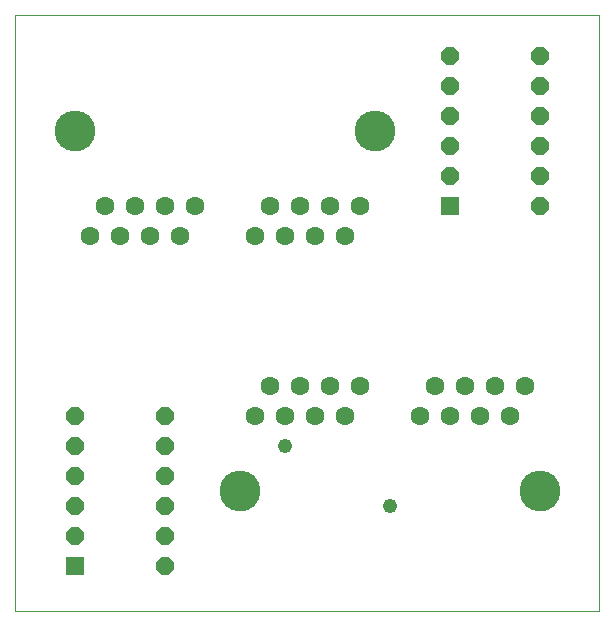
<source format=gbs>
G75*
G70*
%OFA0B0*%
%FSLAX24Y24*%
%IPPOS*%
%LPD*%
%AMOC8*
5,1,8,0,0,1.08239X$1,22.5*
%
%ADD10C,0.0000*%
%ADD11C,0.0630*%
%ADD12C,0.1360*%
%ADD13OC8,0.0595*%
%ADD14R,0.0595X0.0595*%
%ADD15C,0.0480*%
D10*
X000100Y000250D02*
X000100Y020120D01*
X019592Y020120D01*
X019592Y000250D01*
X000100Y000250D01*
X006960Y004250D02*
X006962Y004300D01*
X006968Y004350D01*
X006978Y004399D01*
X006991Y004448D01*
X007009Y004495D01*
X007030Y004541D01*
X007054Y004584D01*
X007082Y004626D01*
X007113Y004666D01*
X007147Y004703D01*
X007184Y004737D01*
X007224Y004768D01*
X007266Y004796D01*
X007309Y004820D01*
X007355Y004841D01*
X007402Y004859D01*
X007451Y004872D01*
X007500Y004882D01*
X007550Y004888D01*
X007600Y004890D01*
X007650Y004888D01*
X007700Y004882D01*
X007749Y004872D01*
X007798Y004859D01*
X007845Y004841D01*
X007891Y004820D01*
X007934Y004796D01*
X007976Y004768D01*
X008016Y004737D01*
X008053Y004703D01*
X008087Y004666D01*
X008118Y004626D01*
X008146Y004584D01*
X008170Y004541D01*
X008191Y004495D01*
X008209Y004448D01*
X008222Y004399D01*
X008232Y004350D01*
X008238Y004300D01*
X008240Y004250D01*
X008238Y004200D01*
X008232Y004150D01*
X008222Y004101D01*
X008209Y004052D01*
X008191Y004005D01*
X008170Y003959D01*
X008146Y003916D01*
X008118Y003874D01*
X008087Y003834D01*
X008053Y003797D01*
X008016Y003763D01*
X007976Y003732D01*
X007934Y003704D01*
X007891Y003680D01*
X007845Y003659D01*
X007798Y003641D01*
X007749Y003628D01*
X007700Y003618D01*
X007650Y003612D01*
X007600Y003610D01*
X007550Y003612D01*
X007500Y003618D01*
X007451Y003628D01*
X007402Y003641D01*
X007355Y003659D01*
X007309Y003680D01*
X007266Y003704D01*
X007224Y003732D01*
X007184Y003763D01*
X007147Y003797D01*
X007113Y003834D01*
X007082Y003874D01*
X007054Y003916D01*
X007030Y003959D01*
X007009Y004005D01*
X006991Y004052D01*
X006978Y004101D01*
X006968Y004150D01*
X006962Y004200D01*
X006960Y004250D01*
X016960Y004250D02*
X016962Y004300D01*
X016968Y004350D01*
X016978Y004399D01*
X016991Y004448D01*
X017009Y004495D01*
X017030Y004541D01*
X017054Y004584D01*
X017082Y004626D01*
X017113Y004666D01*
X017147Y004703D01*
X017184Y004737D01*
X017224Y004768D01*
X017266Y004796D01*
X017309Y004820D01*
X017355Y004841D01*
X017402Y004859D01*
X017451Y004872D01*
X017500Y004882D01*
X017550Y004888D01*
X017600Y004890D01*
X017650Y004888D01*
X017700Y004882D01*
X017749Y004872D01*
X017798Y004859D01*
X017845Y004841D01*
X017891Y004820D01*
X017934Y004796D01*
X017976Y004768D01*
X018016Y004737D01*
X018053Y004703D01*
X018087Y004666D01*
X018118Y004626D01*
X018146Y004584D01*
X018170Y004541D01*
X018191Y004495D01*
X018209Y004448D01*
X018222Y004399D01*
X018232Y004350D01*
X018238Y004300D01*
X018240Y004250D01*
X018238Y004200D01*
X018232Y004150D01*
X018222Y004101D01*
X018209Y004052D01*
X018191Y004005D01*
X018170Y003959D01*
X018146Y003916D01*
X018118Y003874D01*
X018087Y003834D01*
X018053Y003797D01*
X018016Y003763D01*
X017976Y003732D01*
X017934Y003704D01*
X017891Y003680D01*
X017845Y003659D01*
X017798Y003641D01*
X017749Y003628D01*
X017700Y003618D01*
X017650Y003612D01*
X017600Y003610D01*
X017550Y003612D01*
X017500Y003618D01*
X017451Y003628D01*
X017402Y003641D01*
X017355Y003659D01*
X017309Y003680D01*
X017266Y003704D01*
X017224Y003732D01*
X017184Y003763D01*
X017147Y003797D01*
X017113Y003834D01*
X017082Y003874D01*
X017054Y003916D01*
X017030Y003959D01*
X017009Y004005D01*
X016991Y004052D01*
X016978Y004101D01*
X016968Y004150D01*
X016962Y004200D01*
X016960Y004250D01*
X011460Y016250D02*
X011462Y016300D01*
X011468Y016350D01*
X011478Y016399D01*
X011491Y016448D01*
X011509Y016495D01*
X011530Y016541D01*
X011554Y016584D01*
X011582Y016626D01*
X011613Y016666D01*
X011647Y016703D01*
X011684Y016737D01*
X011724Y016768D01*
X011766Y016796D01*
X011809Y016820D01*
X011855Y016841D01*
X011902Y016859D01*
X011951Y016872D01*
X012000Y016882D01*
X012050Y016888D01*
X012100Y016890D01*
X012150Y016888D01*
X012200Y016882D01*
X012249Y016872D01*
X012298Y016859D01*
X012345Y016841D01*
X012391Y016820D01*
X012434Y016796D01*
X012476Y016768D01*
X012516Y016737D01*
X012553Y016703D01*
X012587Y016666D01*
X012618Y016626D01*
X012646Y016584D01*
X012670Y016541D01*
X012691Y016495D01*
X012709Y016448D01*
X012722Y016399D01*
X012732Y016350D01*
X012738Y016300D01*
X012740Y016250D01*
X012738Y016200D01*
X012732Y016150D01*
X012722Y016101D01*
X012709Y016052D01*
X012691Y016005D01*
X012670Y015959D01*
X012646Y015916D01*
X012618Y015874D01*
X012587Y015834D01*
X012553Y015797D01*
X012516Y015763D01*
X012476Y015732D01*
X012434Y015704D01*
X012391Y015680D01*
X012345Y015659D01*
X012298Y015641D01*
X012249Y015628D01*
X012200Y015618D01*
X012150Y015612D01*
X012100Y015610D01*
X012050Y015612D01*
X012000Y015618D01*
X011951Y015628D01*
X011902Y015641D01*
X011855Y015659D01*
X011809Y015680D01*
X011766Y015704D01*
X011724Y015732D01*
X011684Y015763D01*
X011647Y015797D01*
X011613Y015834D01*
X011582Y015874D01*
X011554Y015916D01*
X011530Y015959D01*
X011509Y016005D01*
X011491Y016052D01*
X011478Y016101D01*
X011468Y016150D01*
X011462Y016200D01*
X011460Y016250D01*
X001460Y016250D02*
X001462Y016300D01*
X001468Y016350D01*
X001478Y016399D01*
X001491Y016448D01*
X001509Y016495D01*
X001530Y016541D01*
X001554Y016584D01*
X001582Y016626D01*
X001613Y016666D01*
X001647Y016703D01*
X001684Y016737D01*
X001724Y016768D01*
X001766Y016796D01*
X001809Y016820D01*
X001855Y016841D01*
X001902Y016859D01*
X001951Y016872D01*
X002000Y016882D01*
X002050Y016888D01*
X002100Y016890D01*
X002150Y016888D01*
X002200Y016882D01*
X002249Y016872D01*
X002298Y016859D01*
X002345Y016841D01*
X002391Y016820D01*
X002434Y016796D01*
X002476Y016768D01*
X002516Y016737D01*
X002553Y016703D01*
X002587Y016666D01*
X002618Y016626D01*
X002646Y016584D01*
X002670Y016541D01*
X002691Y016495D01*
X002709Y016448D01*
X002722Y016399D01*
X002732Y016350D01*
X002738Y016300D01*
X002740Y016250D01*
X002738Y016200D01*
X002732Y016150D01*
X002722Y016101D01*
X002709Y016052D01*
X002691Y016005D01*
X002670Y015959D01*
X002646Y015916D01*
X002618Y015874D01*
X002587Y015834D01*
X002553Y015797D01*
X002516Y015763D01*
X002476Y015732D01*
X002434Y015704D01*
X002391Y015680D01*
X002345Y015659D01*
X002298Y015641D01*
X002249Y015628D01*
X002200Y015618D01*
X002150Y015612D01*
X002100Y015610D01*
X002050Y015612D01*
X002000Y015618D01*
X001951Y015628D01*
X001902Y015641D01*
X001855Y015659D01*
X001809Y015680D01*
X001766Y015704D01*
X001724Y015732D01*
X001684Y015763D01*
X001647Y015797D01*
X001613Y015834D01*
X001582Y015874D01*
X001554Y015916D01*
X001530Y015959D01*
X001509Y016005D01*
X001491Y016052D01*
X001478Y016101D01*
X001468Y016150D01*
X001462Y016200D01*
X001460Y016250D01*
D11*
X003100Y013750D03*
X004100Y013750D03*
X005100Y013750D03*
X006100Y013750D03*
X005600Y012750D03*
X004600Y012750D03*
X003600Y012750D03*
X002600Y012750D03*
X008100Y012750D03*
X009100Y012750D03*
X010100Y012750D03*
X011100Y012750D03*
X010600Y013750D03*
X009600Y013750D03*
X008600Y013750D03*
X011600Y013750D03*
X011600Y007750D03*
X010600Y007750D03*
X009600Y007750D03*
X008600Y007750D03*
X008100Y006750D03*
X009100Y006750D03*
X010100Y006750D03*
X011100Y006750D03*
X013600Y006750D03*
X014600Y006750D03*
X014100Y007750D03*
X015100Y007750D03*
X016100Y007750D03*
X017100Y007750D03*
X016600Y006750D03*
X015600Y006750D03*
D12*
X017600Y004250D03*
X007600Y004250D03*
X012100Y016250D03*
X002100Y016250D03*
D13*
X002100Y006750D03*
X002100Y005750D03*
X002100Y004750D03*
X002100Y003750D03*
X002100Y002750D03*
X005100Y002750D03*
X005100Y001750D03*
X005100Y003750D03*
X005100Y004750D03*
X005100Y005750D03*
X005100Y006750D03*
X014600Y014750D03*
X014600Y015750D03*
X014600Y016750D03*
X014600Y017750D03*
X014600Y018750D03*
X017600Y018750D03*
X017600Y017750D03*
X017600Y016750D03*
X017600Y015750D03*
X017600Y014750D03*
X017600Y013750D03*
D14*
X014600Y013750D03*
X002100Y001750D03*
D15*
X009100Y005750D03*
X012600Y003750D03*
M02*

</source>
